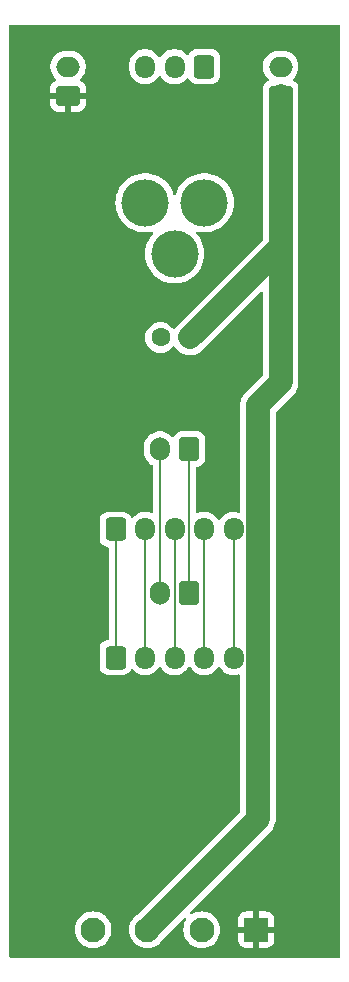
<source format=gbr>
%TF.GenerationSoftware,KiCad,Pcbnew,8.0.6*%
%TF.CreationDate,2024-11-17T15:39:32-05:00*%
%TF.ProjectId,solouno_sidepanel,736f6c6f-756e-46f5-9f73-69646570616e,rev?*%
%TF.SameCoordinates,Original*%
%TF.FileFunction,Copper,L1,Top*%
%TF.FilePolarity,Positive*%
%FSLAX46Y46*%
G04 Gerber Fmt 4.6, Leading zero omitted, Abs format (unit mm)*
G04 Created by KiCad (PCBNEW 8.0.6) date 2024-11-17 15:39:32*
%MOMM*%
%LPD*%
G01*
G04 APERTURE LIST*
G04 Aperture macros list*
%AMRoundRect*
0 Rectangle with rounded corners*
0 $1 Rounding radius*
0 $2 $3 $4 $5 $6 $7 $8 $9 X,Y pos of 4 corners*
0 Add a 4 corners polygon primitive as box body*
4,1,4,$2,$3,$4,$5,$6,$7,$8,$9,$2,$3,0*
0 Add four circle primitives for the rounded corners*
1,1,$1+$1,$2,$3*
1,1,$1+$1,$4,$5*
1,1,$1+$1,$6,$7*
1,1,$1+$1,$8,$9*
0 Add four rect primitives between the rounded corners*
20,1,$1+$1,$2,$3,$4,$5,0*
20,1,$1+$1,$4,$5,$6,$7,0*
20,1,$1+$1,$6,$7,$8,$9,0*
20,1,$1+$1,$8,$9,$2,$3,0*%
G04 Aperture macros list end*
%TA.AperFunction,ComponentPad*%
%ADD10RoundRect,0.250001X0.799999X0.799999X-0.799999X0.799999X-0.799999X-0.799999X0.799999X-0.799999X0*%
%TD*%
%TA.AperFunction,ComponentPad*%
%ADD11C,2.100000*%
%TD*%
%TA.AperFunction,ComponentPad*%
%ADD12RoundRect,0.250000X0.600000X0.750000X-0.600000X0.750000X-0.600000X-0.750000X0.600000X-0.750000X0*%
%TD*%
%TA.AperFunction,ComponentPad*%
%ADD13O,1.700000X2.000000*%
%TD*%
%TA.AperFunction,ComponentPad*%
%ADD14C,1.600000*%
%TD*%
%TA.AperFunction,ComponentPad*%
%ADD15RoundRect,0.250000X-0.600000X-0.725000X0.600000X-0.725000X0.600000X0.725000X-0.600000X0.725000X0*%
%TD*%
%TA.AperFunction,ComponentPad*%
%ADD16O,1.700000X1.950000*%
%TD*%
%TA.AperFunction,ComponentPad*%
%ADD17RoundRect,0.250000X0.750000X-0.600000X0.750000X0.600000X-0.750000X0.600000X-0.750000X-0.600000X0*%
%TD*%
%TA.AperFunction,ComponentPad*%
%ADD18O,2.000000X1.700000*%
%TD*%
%TA.AperFunction,ComponentPad*%
%ADD19C,4.000000*%
%TD*%
%TA.AperFunction,ComponentPad*%
%ADD20RoundRect,0.250000X0.600000X0.725000X-0.600000X0.725000X-0.600000X-0.725000X0.600000X-0.725000X0*%
%TD*%
%TA.AperFunction,Conductor*%
%ADD21C,2.000000*%
%TD*%
%TA.AperFunction,Conductor*%
%ADD22C,0.160000*%
%TD*%
G04 APERTURE END LIST*
D10*
%TO.P,S1,1,Pin_1*%
%TO.N,+28V*%
X73910000Y-166710000D03*
D11*
%TO.P,S1,2,Pin_2*%
%TO.N,GND*%
X69310000Y-166710000D03*
%TO.P,S1,3,Pin_3*%
%TO.N,Net-(PW2-Pin_1)*%
X64710000Y-166710000D03*
%TO.P,S1,4,Pin_4*%
%TO.N,GND*%
X60110000Y-166710000D03*
%TD*%
D12*
%TO.P,CN1,1,Pin_1*%
%TO.N,Net-(CN1-Pin_1)*%
X68260000Y-126020000D03*
D13*
%TO.P,CN1,2,Pin_2*%
%TO.N,Net-(CN1-Pin_2)*%
X65760000Y-126020000D03*
%TD*%
D14*
%TO.P,C1,1*%
%TO.N,Net-(PW2-Pin_1)*%
X68320000Y-116570000D03*
%TO.P,C1,2*%
%TO.N,GND*%
X65820000Y-116570000D03*
%TD*%
D15*
%TO.P,E1,1,Pin_1*%
%TO.N,Net-(E1-Pin_1)*%
X62010000Y-143670000D03*
D16*
%TO.P,E1,2,Pin_2*%
%TO.N,Net-(E1-Pin_2)*%
X64510000Y-143670000D03*
%TO.P,E1,3,Pin_3*%
%TO.N,Net-(E1-Pin_3)*%
X67010000Y-143670000D03*
%TO.P,E1,4,Pin_4*%
%TO.N,Net-(E1-Pin_4)*%
X69510000Y-143670000D03*
%TO.P,E1,5,Pin_5*%
%TO.N,Net-(E1-Pin_5)*%
X72010000Y-143670000D03*
%TD*%
D17*
%TO.P,PW1,1,Pin_1*%
%TO.N,+28V*%
X57990000Y-96130000D03*
D18*
%TO.P,PW1,2,Pin_2*%
%TO.N,GND*%
X57990000Y-93630000D03*
%TD*%
D19*
%TO.P,A1,1*%
%TO.N,Net-(A2-Pin_1)*%
X69510000Y-105154937D03*
%TO.P,A1,2*%
%TO.N,Net-(A2-Pin_2)*%
X67010000Y-109485064D03*
%TO.P,A1,3*%
%TO.N,Net-(A2-Pin_3)*%
X64510000Y-105154937D03*
%TD*%
D20*
%TO.P,A2,1,Pin_1*%
%TO.N,Net-(A2-Pin_1)*%
X69510000Y-93630000D03*
D16*
%TO.P,A2,2,Pin_2*%
%TO.N,Net-(A2-Pin_2)*%
X67010000Y-93630000D03*
%TO.P,A2,3,Pin_3*%
%TO.N,Net-(A2-Pin_3)*%
X64510000Y-93630000D03*
%TD*%
D15*
%TO.P,E2,1,Pin_1*%
%TO.N,Net-(E1-Pin_1)*%
X62010000Y-132820000D03*
D16*
%TO.P,E2,2,Pin_2*%
%TO.N,Net-(E1-Pin_2)*%
X64510000Y-132820000D03*
%TO.P,E2,3,Pin_3*%
%TO.N,Net-(E1-Pin_3)*%
X67010000Y-132820000D03*
%TO.P,E2,4,Pin_4*%
%TO.N,Net-(E1-Pin_4)*%
X69510000Y-132820000D03*
%TO.P,E2,5,Pin_5*%
%TO.N,Net-(E1-Pin_5)*%
X72010000Y-132820000D03*
%TD*%
D17*
%TO.P,PW2,1,Pin_1*%
%TO.N,Net-(PW2-Pin_1)*%
X75990000Y-96130000D03*
D18*
%TO.P,PW2,2,Pin_2*%
%TO.N,GND*%
X75990000Y-93630000D03*
%TD*%
D12*
%TO.P,CN2,1,Pin_1*%
%TO.N,Net-(CN1-Pin_1)*%
X68260000Y-138200000D03*
D13*
%TO.P,CN2,2,Pin_2*%
%TO.N,Net-(CN1-Pin_2)*%
X65760000Y-138200000D03*
%TD*%
D21*
%TO.N,Net-(PW2-Pin_1)*%
X74060000Y-157360000D02*
X74060000Y-122310000D01*
X74060000Y-122310000D02*
X75990000Y-120380000D01*
X75990000Y-108900000D02*
X75990000Y-96130000D01*
X75990000Y-108900000D02*
X75990000Y-120380000D01*
X68320000Y-116570000D02*
X75990000Y-108900000D01*
X64710000Y-166710000D02*
X74060000Y-157360000D01*
D22*
%TO.N,Net-(CN1-Pin_1)*%
X68260000Y-126020000D02*
X68260000Y-138200000D01*
%TO.N,Net-(CN1-Pin_2)*%
X65760000Y-126020000D02*
X65760000Y-138200000D01*
%TO.N,Net-(E1-Pin_5)*%
X72010000Y-132820000D02*
X72010000Y-143670000D01*
%TO.N,Net-(E1-Pin_4)*%
X69510000Y-132820000D02*
X69510000Y-143670000D01*
%TO.N,Net-(E1-Pin_1)*%
X62010000Y-132820000D02*
X62010000Y-143670000D01*
%TO.N,Net-(E1-Pin_3)*%
X67010000Y-132820000D02*
X67010000Y-143670000D01*
%TO.N,Net-(E1-Pin_2)*%
X64510000Y-132820000D02*
X64510000Y-143670000D01*
%TD*%
%TA.AperFunction,Conductor*%
%TO.N,+28V*%
G36*
X80952539Y-90100185D02*
G01*
X80998294Y-90152989D01*
X81009500Y-90204500D01*
X81009500Y-168955500D01*
X80989815Y-169022539D01*
X80937011Y-169068294D01*
X80885500Y-169079500D01*
X53134500Y-169079500D01*
X53067461Y-169059815D01*
X53021706Y-169007011D01*
X53010500Y-168955500D01*
X53010500Y-166710000D01*
X58554706Y-166710000D01*
X58573853Y-166953297D01*
X58630830Y-167190619D01*
X58724222Y-167416089D01*
X58851737Y-167624173D01*
X58851738Y-167624176D01*
X58905449Y-167687063D01*
X59010241Y-167809759D01*
X59153897Y-167932453D01*
X59195823Y-167968261D01*
X59195826Y-167968262D01*
X59403910Y-168095777D01*
X59629381Y-168189169D01*
X59629378Y-168189169D01*
X59629384Y-168189170D01*
X59629388Y-168189172D01*
X59866698Y-168246146D01*
X60110000Y-168265294D01*
X60353302Y-168246146D01*
X60590612Y-168189172D01*
X60816089Y-168095777D01*
X61024179Y-167968259D01*
X61209759Y-167809759D01*
X61368259Y-167624179D01*
X61495777Y-167416089D01*
X61589172Y-167190612D01*
X61646146Y-166953302D01*
X61665294Y-166710000D01*
X61646146Y-166466698D01*
X61589172Y-166229388D01*
X61589169Y-166229380D01*
X61495777Y-166003910D01*
X61368262Y-165795826D01*
X61368261Y-165795823D01*
X61327027Y-165747544D01*
X61209759Y-165610241D01*
X61087063Y-165505449D01*
X61024176Y-165451738D01*
X61024173Y-165451737D01*
X60816089Y-165324222D01*
X60590618Y-165230830D01*
X60590621Y-165230830D01*
X60439218Y-165194481D01*
X60353302Y-165173854D01*
X60353300Y-165173853D01*
X60353297Y-165173853D01*
X60110000Y-165154706D01*
X59866702Y-165173853D01*
X59629380Y-165230830D01*
X59403910Y-165324222D01*
X59195826Y-165451737D01*
X59195823Y-165451738D01*
X59010241Y-165610241D01*
X58851738Y-165795823D01*
X58851737Y-165795826D01*
X58724222Y-166003910D01*
X58630830Y-166229380D01*
X58573853Y-166466702D01*
X58554706Y-166710000D01*
X53010500Y-166710000D01*
X53010500Y-132044983D01*
X60659500Y-132044983D01*
X60659500Y-133595001D01*
X60659501Y-133595018D01*
X60670000Y-133697796D01*
X60670001Y-133697799D01*
X60715894Y-133836294D01*
X60725186Y-133864334D01*
X60817288Y-134013656D01*
X60941344Y-134137712D01*
X61090666Y-134229814D01*
X61257203Y-134284999D01*
X61318102Y-134291220D01*
X61382793Y-134317615D01*
X61422945Y-134374796D01*
X61429500Y-134414578D01*
X61429500Y-142075422D01*
X61409815Y-142142461D01*
X61357011Y-142188216D01*
X61318102Y-142198780D01*
X61257202Y-142205001D01*
X61257200Y-142205001D01*
X61090668Y-142260185D01*
X61090663Y-142260187D01*
X60941342Y-142352289D01*
X60817289Y-142476342D01*
X60725187Y-142625663D01*
X60725185Y-142625668D01*
X60720325Y-142640334D01*
X60670001Y-142792203D01*
X60670001Y-142792204D01*
X60670000Y-142792204D01*
X60659500Y-142894983D01*
X60659500Y-144445001D01*
X60659501Y-144445018D01*
X60670000Y-144547796D01*
X60670001Y-144547799D01*
X60715894Y-144686294D01*
X60725186Y-144714334D01*
X60817288Y-144863656D01*
X60941344Y-144987712D01*
X61090666Y-145079814D01*
X61257203Y-145134999D01*
X61359991Y-145145500D01*
X62660008Y-145145499D01*
X62762797Y-145134999D01*
X62929334Y-145079814D01*
X63078656Y-144987712D01*
X63202712Y-144863656D01*
X63294814Y-144714334D01*
X63294814Y-144714331D01*
X63298178Y-144708879D01*
X63350126Y-144662154D01*
X63419088Y-144650931D01*
X63483170Y-144678774D01*
X63491398Y-144686294D01*
X63630213Y-144825109D01*
X63802179Y-144950048D01*
X63802181Y-144950049D01*
X63802184Y-144950051D01*
X63991588Y-145046557D01*
X64193757Y-145112246D01*
X64403713Y-145145500D01*
X64403714Y-145145500D01*
X64616286Y-145145500D01*
X64616287Y-145145500D01*
X64826243Y-145112246D01*
X65028412Y-145046557D01*
X65217816Y-144950051D01*
X65239789Y-144934086D01*
X65389786Y-144825109D01*
X65389788Y-144825106D01*
X65389792Y-144825104D01*
X65540104Y-144674792D01*
X65659683Y-144510204D01*
X65715011Y-144467540D01*
X65784624Y-144461561D01*
X65846420Y-144494166D01*
X65860313Y-144510199D01*
X65962560Y-144650931D01*
X65979896Y-144674792D01*
X66130213Y-144825109D01*
X66302179Y-144950048D01*
X66302181Y-144950049D01*
X66302184Y-144950051D01*
X66491588Y-145046557D01*
X66693757Y-145112246D01*
X66903713Y-145145500D01*
X66903714Y-145145500D01*
X67116286Y-145145500D01*
X67116287Y-145145500D01*
X67326243Y-145112246D01*
X67528412Y-145046557D01*
X67717816Y-144950051D01*
X67739789Y-144934086D01*
X67889786Y-144825109D01*
X67889788Y-144825106D01*
X67889792Y-144825104D01*
X68040104Y-144674792D01*
X68159683Y-144510204D01*
X68215011Y-144467540D01*
X68284624Y-144461561D01*
X68346420Y-144494166D01*
X68360313Y-144510199D01*
X68462560Y-144650931D01*
X68479896Y-144674792D01*
X68630213Y-144825109D01*
X68802179Y-144950048D01*
X68802181Y-144950049D01*
X68802184Y-144950051D01*
X68991588Y-145046557D01*
X69193757Y-145112246D01*
X69403713Y-145145500D01*
X69403714Y-145145500D01*
X69616286Y-145145500D01*
X69616287Y-145145500D01*
X69826243Y-145112246D01*
X70028412Y-145046557D01*
X70217816Y-144950051D01*
X70239789Y-144934086D01*
X70389786Y-144825109D01*
X70389788Y-144825106D01*
X70389792Y-144825104D01*
X70540104Y-144674792D01*
X70659683Y-144510204D01*
X70715011Y-144467540D01*
X70784624Y-144461561D01*
X70846420Y-144494166D01*
X70860313Y-144510199D01*
X70962560Y-144650931D01*
X70979896Y-144674792D01*
X71130213Y-144825109D01*
X71302179Y-144950048D01*
X71302181Y-144950049D01*
X71302184Y-144950051D01*
X71491588Y-145046557D01*
X71693757Y-145112246D01*
X71903713Y-145145500D01*
X71903714Y-145145500D01*
X72116286Y-145145500D01*
X72116287Y-145145500D01*
X72326243Y-145112246D01*
X72397183Y-145089195D01*
X72467023Y-145087201D01*
X72526856Y-145123281D01*
X72557684Y-145185982D01*
X72559500Y-145207127D01*
X72559500Y-156687110D01*
X72539815Y-156754149D01*
X72523181Y-156774791D01*
X63936392Y-165361579D01*
X63913502Y-165379625D01*
X63795818Y-165451743D01*
X63610241Y-165610241D01*
X63451738Y-165795823D01*
X63451737Y-165795826D01*
X63324222Y-166003910D01*
X63230830Y-166229380D01*
X63173853Y-166466702D01*
X63154706Y-166710000D01*
X63173853Y-166953297D01*
X63230830Y-167190619D01*
X63324222Y-167416089D01*
X63451737Y-167624173D01*
X63451738Y-167624176D01*
X63505449Y-167687063D01*
X63610241Y-167809759D01*
X63753897Y-167932453D01*
X63795823Y-167968261D01*
X63795826Y-167968262D01*
X64003910Y-168095777D01*
X64229381Y-168189169D01*
X64229378Y-168189169D01*
X64229384Y-168189170D01*
X64229388Y-168189172D01*
X64466698Y-168246146D01*
X64710000Y-168265294D01*
X64953302Y-168246146D01*
X65190612Y-168189172D01*
X65416089Y-168095777D01*
X65624179Y-167968259D01*
X65809759Y-167809759D01*
X65968259Y-167624179D01*
X66040377Y-167506492D01*
X66058417Y-167483608D01*
X67794484Y-165747542D01*
X67855804Y-165714059D01*
X67925496Y-165719043D01*
X67981429Y-165760915D01*
X68005846Y-165826379D01*
X67990994Y-165894652D01*
X67987890Y-165900014D01*
X67924222Y-166003912D01*
X67830830Y-166229380D01*
X67773853Y-166466702D01*
X67754706Y-166710000D01*
X67773853Y-166953297D01*
X67830830Y-167190619D01*
X67924222Y-167416089D01*
X68051737Y-167624173D01*
X68051738Y-167624176D01*
X68105449Y-167687063D01*
X68210241Y-167809759D01*
X68353897Y-167932453D01*
X68395823Y-167968261D01*
X68395826Y-167968262D01*
X68603910Y-168095777D01*
X68829381Y-168189169D01*
X68829378Y-168189169D01*
X68829384Y-168189170D01*
X68829388Y-168189172D01*
X69066698Y-168246146D01*
X69310000Y-168265294D01*
X69553302Y-168246146D01*
X69790612Y-168189172D01*
X70016089Y-168095777D01*
X70224179Y-167968259D01*
X70409759Y-167809759D01*
X70568259Y-167624179D01*
X70695777Y-167416089D01*
X70789172Y-167190612D01*
X70846146Y-166953302D01*
X70865294Y-166710000D01*
X70846146Y-166466698D01*
X70789172Y-166229388D01*
X70789169Y-166229380D01*
X70695777Y-166003910D01*
X70607597Y-165860014D01*
X72360000Y-165860014D01*
X72360000Y-166460000D01*
X73419252Y-166460000D01*
X73397482Y-166497708D01*
X73360000Y-166637591D01*
X73360000Y-166782409D01*
X73397482Y-166922292D01*
X73419252Y-166960000D01*
X72360000Y-166960000D01*
X72360000Y-167559985D01*
X72370493Y-167662689D01*
X72370494Y-167662696D01*
X72425641Y-167829118D01*
X72425643Y-167829123D01*
X72517684Y-167978344D01*
X72641655Y-168102315D01*
X72790876Y-168194356D01*
X72790881Y-168194358D01*
X72957303Y-168249505D01*
X72957310Y-168249506D01*
X73060014Y-168259999D01*
X73060027Y-168260000D01*
X73660000Y-168260000D01*
X73660000Y-167200747D01*
X73697708Y-167222518D01*
X73837591Y-167260000D01*
X73982409Y-167260000D01*
X74122292Y-167222518D01*
X74160000Y-167200747D01*
X74160000Y-168260000D01*
X74759973Y-168260000D01*
X74759985Y-168259999D01*
X74862689Y-168249506D01*
X74862696Y-168249505D01*
X75029118Y-168194358D01*
X75029123Y-168194356D01*
X75178344Y-168102315D01*
X75302315Y-167978344D01*
X75394356Y-167829123D01*
X75394358Y-167829118D01*
X75449505Y-167662696D01*
X75449506Y-167662689D01*
X75459999Y-167559985D01*
X75460000Y-167559972D01*
X75460000Y-166960000D01*
X74400748Y-166960000D01*
X74422518Y-166922292D01*
X74460000Y-166782409D01*
X74460000Y-166637591D01*
X74422518Y-166497708D01*
X74400748Y-166460000D01*
X75460000Y-166460000D01*
X75460000Y-165860027D01*
X75459999Y-165860014D01*
X75449506Y-165757310D01*
X75449505Y-165757303D01*
X75394358Y-165590881D01*
X75394356Y-165590876D01*
X75302315Y-165441655D01*
X75178344Y-165317684D01*
X75029123Y-165225643D01*
X75029118Y-165225641D01*
X74862696Y-165170494D01*
X74862689Y-165170493D01*
X74759985Y-165160000D01*
X74160000Y-165160000D01*
X74160000Y-166219252D01*
X74122292Y-166197482D01*
X73982409Y-166160000D01*
X73837591Y-166160000D01*
X73697708Y-166197482D01*
X73660000Y-166219252D01*
X73660000Y-165160000D01*
X73060014Y-165160000D01*
X72957310Y-165170493D01*
X72957303Y-165170494D01*
X72790881Y-165225641D01*
X72790876Y-165225643D01*
X72641655Y-165317684D01*
X72517684Y-165441655D01*
X72425643Y-165590876D01*
X72425641Y-165590881D01*
X72370494Y-165757303D01*
X72370493Y-165757310D01*
X72360000Y-165860014D01*
X70607597Y-165860014D01*
X70568262Y-165795826D01*
X70568261Y-165795823D01*
X70527027Y-165747544D01*
X70409759Y-165610241D01*
X70287063Y-165505449D01*
X70224176Y-165451738D01*
X70224173Y-165451737D01*
X70016089Y-165324222D01*
X69790618Y-165230830D01*
X69790621Y-165230830D01*
X69639218Y-165194481D01*
X69553302Y-165173854D01*
X69553300Y-165173853D01*
X69553297Y-165173853D01*
X69310000Y-165154706D01*
X69066702Y-165173853D01*
X68829380Y-165230830D01*
X68603912Y-165324222D01*
X68500014Y-165387890D01*
X68432568Y-165406134D01*
X68365966Y-165385017D01*
X68321353Y-165331245D01*
X68312893Y-165261889D01*
X68343273Y-165198970D01*
X68347514Y-165194511D01*
X75204518Y-158337510D01*
X75343343Y-158146433D01*
X75450568Y-157935992D01*
X75523553Y-157711368D01*
X75560500Y-157478097D01*
X75560500Y-122982889D01*
X75580185Y-122915850D01*
X75596819Y-122895208D01*
X76300125Y-122191902D01*
X77134517Y-121357510D01*
X77273343Y-121166434D01*
X77380568Y-120955992D01*
X77453553Y-120731369D01*
X77469973Y-120627690D01*
X77490500Y-120498097D01*
X77490500Y-96004313D01*
X77490499Y-96004295D01*
X77490499Y-95479998D01*
X77490498Y-95479981D01*
X77479999Y-95377203D01*
X77479998Y-95377200D01*
X77424814Y-95210666D01*
X77332712Y-95061344D01*
X77208656Y-94937288D01*
X77059334Y-94845186D01*
X77059333Y-94845185D01*
X77053878Y-94841821D01*
X77007154Y-94789873D01*
X76995931Y-94720910D01*
X77023775Y-94656828D01*
X77031272Y-94648623D01*
X77170104Y-94509792D01*
X77171554Y-94507797D01*
X77295048Y-94337820D01*
X77295047Y-94337820D01*
X77295051Y-94337816D01*
X77391557Y-94148412D01*
X77457246Y-93946243D01*
X77490500Y-93736287D01*
X77490500Y-93523713D01*
X77457246Y-93313757D01*
X77391557Y-93111588D01*
X77295051Y-92922184D01*
X77295049Y-92922181D01*
X77295048Y-92922179D01*
X77170109Y-92750213D01*
X77019786Y-92599890D01*
X76847820Y-92474951D01*
X76658414Y-92378444D01*
X76658413Y-92378443D01*
X76658412Y-92378443D01*
X76456243Y-92312754D01*
X76456241Y-92312753D01*
X76456240Y-92312753D01*
X76294957Y-92287208D01*
X76246287Y-92279500D01*
X75733713Y-92279500D01*
X75685042Y-92287208D01*
X75523760Y-92312753D01*
X75321585Y-92378444D01*
X75132179Y-92474951D01*
X74960213Y-92599890D01*
X74809890Y-92750213D01*
X74684951Y-92922179D01*
X74588444Y-93111585D01*
X74522753Y-93313760D01*
X74489500Y-93523713D01*
X74489500Y-93736286D01*
X74522753Y-93946239D01*
X74588444Y-94148414D01*
X74684951Y-94337820D01*
X74809890Y-94509786D01*
X74948705Y-94648601D01*
X74982190Y-94709924D01*
X74977206Y-94779616D01*
X74935334Y-94835549D01*
X74926121Y-94841821D01*
X74771342Y-94937289D01*
X74647289Y-95061342D01*
X74555187Y-95210663D01*
X74555185Y-95210668D01*
X74555115Y-95210880D01*
X74500001Y-95377203D01*
X74500001Y-95377204D01*
X74500000Y-95377204D01*
X74489500Y-95479983D01*
X74489500Y-108227111D01*
X74469815Y-108294150D01*
X74453181Y-108314792D01*
X67175485Y-115592487D01*
X67175484Y-115592488D01*
X67047327Y-115768880D01*
X66991996Y-115811545D01*
X66922383Y-115817524D01*
X66860588Y-115784918D01*
X66845434Y-115767117D01*
X66820046Y-115730859D01*
X66659141Y-115569954D01*
X66472734Y-115439432D01*
X66472732Y-115439431D01*
X66266497Y-115343261D01*
X66266488Y-115343258D01*
X66046697Y-115284366D01*
X66046693Y-115284365D01*
X66046692Y-115284365D01*
X66046691Y-115284364D01*
X66046686Y-115284364D01*
X65820002Y-115264532D01*
X65819998Y-115264532D01*
X65593313Y-115284364D01*
X65593302Y-115284366D01*
X65373511Y-115343258D01*
X65373502Y-115343261D01*
X65167267Y-115439431D01*
X65167265Y-115439432D01*
X64980858Y-115569954D01*
X64819954Y-115730858D01*
X64689432Y-115917265D01*
X64689431Y-115917267D01*
X64593261Y-116123502D01*
X64593258Y-116123511D01*
X64534366Y-116343302D01*
X64534364Y-116343313D01*
X64514532Y-116569998D01*
X64514532Y-116570001D01*
X64534364Y-116796686D01*
X64534366Y-116796697D01*
X64593258Y-117016488D01*
X64593261Y-117016497D01*
X64689431Y-117222732D01*
X64689432Y-117222734D01*
X64819954Y-117409141D01*
X64980858Y-117570045D01*
X64980861Y-117570047D01*
X65167266Y-117700568D01*
X65373504Y-117796739D01*
X65593308Y-117855635D01*
X65755230Y-117869801D01*
X65819998Y-117875468D01*
X65820000Y-117875468D01*
X65820002Y-117875468D01*
X65876673Y-117870509D01*
X66046692Y-117855635D01*
X66266496Y-117796739D01*
X66472734Y-117700568D01*
X66659139Y-117570047D01*
X66820047Y-117409139D01*
X66845434Y-117372882D01*
X66900009Y-117329257D01*
X66969508Y-117322063D01*
X67031863Y-117353585D01*
X67047323Y-117371114D01*
X67175483Y-117547510D01*
X67342490Y-117714517D01*
X67533566Y-117853343D01*
X67632992Y-117904003D01*
X67744003Y-117960566D01*
X67744005Y-117960566D01*
X67744008Y-117960568D01*
X67864412Y-117999689D01*
X67968631Y-118033553D01*
X68201903Y-118070500D01*
X68201908Y-118070500D01*
X68438097Y-118070500D01*
X68671368Y-118033553D01*
X68895992Y-117960568D01*
X69106434Y-117853343D01*
X69297510Y-117714517D01*
X74277819Y-112734208D01*
X74339142Y-112700723D01*
X74408834Y-112705707D01*
X74464767Y-112747579D01*
X74489184Y-112813043D01*
X74489500Y-112821889D01*
X74489500Y-119707111D01*
X74469815Y-119774150D01*
X74453181Y-119794792D01*
X72915485Y-121332487D01*
X72915484Y-121332488D01*
X72776657Y-121523565D01*
X72669433Y-121734003D01*
X72596446Y-121958631D01*
X72559500Y-122191902D01*
X72559500Y-131282872D01*
X72539815Y-131349911D01*
X72487011Y-131395666D01*
X72417853Y-131405610D01*
X72397183Y-131400803D01*
X72326244Y-131377754D01*
X72326240Y-131377753D01*
X72150450Y-131349911D01*
X72116287Y-131344500D01*
X71903713Y-131344500D01*
X71869550Y-131349911D01*
X71693760Y-131377753D01*
X71693757Y-131377754D01*
X71496679Y-131441789D01*
X71491585Y-131443444D01*
X71302179Y-131539951D01*
X71130213Y-131664890D01*
X70979894Y-131815209D01*
X70979890Y-131815214D01*
X70860318Y-131979793D01*
X70804989Y-132022459D01*
X70735375Y-132028438D01*
X70673580Y-131995833D01*
X70659682Y-131979793D01*
X70540109Y-131815214D01*
X70540105Y-131815209D01*
X70389786Y-131664890D01*
X70217820Y-131539951D01*
X70028414Y-131443444D01*
X70028413Y-131443443D01*
X70028412Y-131443443D01*
X69826243Y-131377754D01*
X69826241Y-131377753D01*
X69826240Y-131377753D01*
X69650450Y-131349911D01*
X69616287Y-131344500D01*
X69403713Y-131344500D01*
X69369550Y-131349911D01*
X69193759Y-131377753D01*
X69002818Y-131439794D01*
X68932977Y-131441789D01*
X68873144Y-131405709D01*
X68842316Y-131343008D01*
X68840500Y-131321863D01*
X68840500Y-127639577D01*
X68860185Y-127572538D01*
X68912989Y-127526783D01*
X68951895Y-127516220D01*
X69012797Y-127509999D01*
X69179334Y-127454814D01*
X69328656Y-127362712D01*
X69452712Y-127238656D01*
X69544814Y-127089334D01*
X69599999Y-126922797D01*
X69610500Y-126820009D01*
X69610499Y-125219992D01*
X69599999Y-125117203D01*
X69544814Y-124950666D01*
X69452712Y-124801344D01*
X69328656Y-124677288D01*
X69179334Y-124585186D01*
X69012797Y-124530001D01*
X69012795Y-124530000D01*
X68910010Y-124519500D01*
X67609998Y-124519500D01*
X67609981Y-124519501D01*
X67507203Y-124530000D01*
X67507200Y-124530001D01*
X67340668Y-124585185D01*
X67340663Y-124585187D01*
X67191342Y-124677289D01*
X67067289Y-124801342D01*
X66971821Y-124956121D01*
X66919873Y-125002845D01*
X66850910Y-125014068D01*
X66786828Y-124986224D01*
X66778601Y-124978705D01*
X66639786Y-124839890D01*
X66467820Y-124714951D01*
X66278414Y-124618444D01*
X66278413Y-124618443D01*
X66278412Y-124618443D01*
X66076243Y-124552754D01*
X66076241Y-124552753D01*
X66076240Y-124552753D01*
X65914957Y-124527208D01*
X65866287Y-124519500D01*
X65653713Y-124519500D01*
X65605042Y-124527208D01*
X65443760Y-124552753D01*
X65241585Y-124618444D01*
X65052179Y-124714951D01*
X64880213Y-124839890D01*
X64729890Y-124990213D01*
X64604951Y-125162179D01*
X64508444Y-125351585D01*
X64442753Y-125553760D01*
X64409500Y-125763713D01*
X64409500Y-126276286D01*
X64442753Y-126486239D01*
X64508444Y-126688414D01*
X64604951Y-126877820D01*
X64729890Y-127049786D01*
X64729896Y-127049792D01*
X64880208Y-127200104D01*
X65052184Y-127325051D01*
X65111795Y-127355424D01*
X65162590Y-127403397D01*
X65179500Y-127465908D01*
X65179500Y-131321863D01*
X65159815Y-131388902D01*
X65107011Y-131434657D01*
X65037853Y-131444601D01*
X65017182Y-131439794D01*
X64826240Y-131377753D01*
X64650450Y-131349911D01*
X64616287Y-131344500D01*
X64403713Y-131344500D01*
X64369550Y-131349911D01*
X64193760Y-131377753D01*
X64193757Y-131377754D01*
X63996679Y-131441789D01*
X63991585Y-131443444D01*
X63802179Y-131539951D01*
X63630215Y-131664889D01*
X63491398Y-131803706D01*
X63430075Y-131837190D01*
X63360383Y-131832206D01*
X63304450Y-131790334D01*
X63298178Y-131781120D01*
X63202712Y-131626344D01*
X63078657Y-131502289D01*
X63078656Y-131502288D01*
X62980571Y-131441789D01*
X62929336Y-131410187D01*
X62929331Y-131410185D01*
X62915823Y-131405709D01*
X62762797Y-131355001D01*
X62762795Y-131355000D01*
X62660010Y-131344500D01*
X61359998Y-131344500D01*
X61359981Y-131344501D01*
X61257203Y-131355000D01*
X61257200Y-131355001D01*
X61090668Y-131410185D01*
X61090663Y-131410187D01*
X60941342Y-131502289D01*
X60817289Y-131626342D01*
X60725187Y-131775663D01*
X60725185Y-131775668D01*
X60720325Y-131790334D01*
X60670001Y-131942203D01*
X60670001Y-131942204D01*
X60670000Y-131942204D01*
X60659500Y-132044983D01*
X53010500Y-132044983D01*
X53010500Y-105154931D01*
X62004556Y-105154931D01*
X62004556Y-105154942D01*
X62024310Y-105468941D01*
X62024311Y-105468948D01*
X62083270Y-105778020D01*
X62180497Y-106077253D01*
X62180499Y-106077258D01*
X62314461Y-106361940D01*
X62314464Y-106361946D01*
X62483051Y-106627598D01*
X62483054Y-106627602D01*
X62683606Y-106870027D01*
X62683608Y-106870029D01*
X62683610Y-106870031D01*
X62791273Y-106971133D01*
X62912968Y-107085413D01*
X62912978Y-107085421D01*
X63167504Y-107270345D01*
X63167509Y-107270347D01*
X63167516Y-107270353D01*
X63443234Y-107421931D01*
X63443239Y-107421933D01*
X63443241Y-107421934D01*
X63443242Y-107421935D01*
X63735771Y-107537755D01*
X63735774Y-107537756D01*
X63998573Y-107605231D01*
X64040527Y-107616003D01*
X64106010Y-107624275D01*
X64352670Y-107655436D01*
X64352679Y-107655436D01*
X64352682Y-107655437D01*
X64352684Y-107655437D01*
X64667316Y-107655437D01*
X64667318Y-107655437D01*
X64667321Y-107655436D01*
X64667329Y-107655436D01*
X64853593Y-107631905D01*
X64979473Y-107616003D01*
X65030746Y-107602838D01*
X65100572Y-107605231D01*
X65158022Y-107644997D01*
X65184852Y-107709510D01*
X65172546Y-107778287D01*
X65157126Y-107801983D01*
X64983049Y-108012405D01*
X64814464Y-108278054D01*
X64814461Y-108278060D01*
X64680499Y-108562742D01*
X64680497Y-108562747D01*
X64583270Y-108861980D01*
X64524311Y-109171052D01*
X64524310Y-109171059D01*
X64504556Y-109485058D01*
X64504556Y-109485069D01*
X64524310Y-109799068D01*
X64524311Y-109799075D01*
X64583270Y-110108147D01*
X64680497Y-110407380D01*
X64680499Y-110407385D01*
X64814461Y-110692067D01*
X64814464Y-110692073D01*
X64983051Y-110957725D01*
X64983054Y-110957729D01*
X65183606Y-111200154D01*
X65183608Y-111200156D01*
X65412968Y-111415540D01*
X65412978Y-111415548D01*
X65667504Y-111600472D01*
X65667509Y-111600474D01*
X65667516Y-111600480D01*
X65943234Y-111752058D01*
X65943239Y-111752060D01*
X65943241Y-111752061D01*
X65943242Y-111752062D01*
X66235771Y-111867882D01*
X66235774Y-111867883D01*
X66540523Y-111946129D01*
X66540527Y-111946130D01*
X66606010Y-111954402D01*
X66852670Y-111985563D01*
X66852679Y-111985563D01*
X66852682Y-111985564D01*
X66852684Y-111985564D01*
X67167316Y-111985564D01*
X67167318Y-111985564D01*
X67167321Y-111985563D01*
X67167329Y-111985563D01*
X67353593Y-111962032D01*
X67479473Y-111946130D01*
X67784225Y-111867883D01*
X67784228Y-111867882D01*
X68076757Y-111752062D01*
X68076758Y-111752061D01*
X68076756Y-111752061D01*
X68076766Y-111752058D01*
X68352484Y-111600480D01*
X68607030Y-111415542D01*
X68836390Y-111200158D01*
X69036947Y-110957727D01*
X69205537Y-110692071D01*
X69339503Y-110407379D01*
X69436731Y-110108143D01*
X69495688Y-109799079D01*
X69515444Y-109485064D01*
X69495688Y-109171049D01*
X69436731Y-108861985D01*
X69339503Y-108562749D01*
X69205537Y-108278057D01*
X69036947Y-108012401D01*
X68862874Y-107801983D01*
X68835308Y-107737781D01*
X68846829Y-107668867D01*
X68893778Y-107617122D01*
X68961250Y-107598974D01*
X68989250Y-107602837D01*
X69040527Y-107616003D01*
X69106010Y-107624275D01*
X69352670Y-107655436D01*
X69352679Y-107655436D01*
X69352682Y-107655437D01*
X69352684Y-107655437D01*
X69667316Y-107655437D01*
X69667318Y-107655437D01*
X69667321Y-107655436D01*
X69667329Y-107655436D01*
X69853593Y-107631905D01*
X69979473Y-107616003D01*
X70284225Y-107537756D01*
X70284228Y-107537755D01*
X70576757Y-107421935D01*
X70576758Y-107421934D01*
X70576756Y-107421934D01*
X70576766Y-107421931D01*
X70852484Y-107270353D01*
X71107030Y-107085415D01*
X71336390Y-106870031D01*
X71536947Y-106627600D01*
X71705537Y-106361944D01*
X71839503Y-106077252D01*
X71936731Y-105778016D01*
X71995688Y-105468952D01*
X72015444Y-105154937D01*
X71995688Y-104840922D01*
X71936731Y-104531858D01*
X71839503Y-104232622D01*
X71705537Y-103947930D01*
X71536947Y-103682274D01*
X71536945Y-103682271D01*
X71336393Y-103439846D01*
X71336391Y-103439844D01*
X71107031Y-103224460D01*
X71107021Y-103224452D01*
X70852495Y-103039528D01*
X70852488Y-103039523D01*
X70852484Y-103039521D01*
X70576766Y-102887943D01*
X70576763Y-102887941D01*
X70576758Y-102887939D01*
X70576757Y-102887938D01*
X70284228Y-102772118D01*
X70284225Y-102772117D01*
X69979476Y-102693871D01*
X69979463Y-102693869D01*
X69667329Y-102654437D01*
X69667318Y-102654437D01*
X69352682Y-102654437D01*
X69352670Y-102654437D01*
X69040536Y-102693869D01*
X69040523Y-102693871D01*
X68735774Y-102772117D01*
X68735771Y-102772118D01*
X68443242Y-102887938D01*
X68443241Y-102887939D01*
X68167516Y-103039521D01*
X68167504Y-103039528D01*
X67912978Y-103224452D01*
X67912968Y-103224460D01*
X67683608Y-103439844D01*
X67683606Y-103439846D01*
X67483054Y-103682271D01*
X67483051Y-103682275D01*
X67314464Y-103947927D01*
X67314461Y-103947933D01*
X67180499Y-104232615D01*
X67180497Y-104232620D01*
X67127931Y-104394403D01*
X67088494Y-104452079D01*
X67024135Y-104479277D01*
X66955289Y-104467362D01*
X66903813Y-104420118D01*
X66892069Y-104394403D01*
X66839502Y-104232620D01*
X66839500Y-104232615D01*
X66705538Y-103947933D01*
X66705537Y-103947930D01*
X66536947Y-103682274D01*
X66536945Y-103682271D01*
X66336393Y-103439846D01*
X66336391Y-103439844D01*
X66107031Y-103224460D01*
X66107021Y-103224452D01*
X65852495Y-103039528D01*
X65852488Y-103039523D01*
X65852484Y-103039521D01*
X65576766Y-102887943D01*
X65576763Y-102887941D01*
X65576758Y-102887939D01*
X65576757Y-102887938D01*
X65284228Y-102772118D01*
X65284225Y-102772117D01*
X64979476Y-102693871D01*
X64979463Y-102693869D01*
X64667329Y-102654437D01*
X64667318Y-102654437D01*
X64352682Y-102654437D01*
X64352670Y-102654437D01*
X64040536Y-102693869D01*
X64040523Y-102693871D01*
X63735774Y-102772117D01*
X63735771Y-102772118D01*
X63443242Y-102887938D01*
X63443241Y-102887939D01*
X63167516Y-103039521D01*
X63167504Y-103039528D01*
X62912978Y-103224452D01*
X62912968Y-103224460D01*
X62683608Y-103439844D01*
X62683606Y-103439846D01*
X62483054Y-103682271D01*
X62483051Y-103682275D01*
X62314464Y-103947927D01*
X62314461Y-103947933D01*
X62180499Y-104232615D01*
X62180497Y-104232620D01*
X62083270Y-104531853D01*
X62024311Y-104840925D01*
X62024310Y-104840932D01*
X62004556Y-105154931D01*
X53010500Y-105154931D01*
X53010500Y-93523713D01*
X56489500Y-93523713D01*
X56489500Y-93736286D01*
X56522753Y-93946239D01*
X56588444Y-94148414D01*
X56684951Y-94337820D01*
X56809890Y-94509786D01*
X56949068Y-94648964D01*
X56982553Y-94710287D01*
X56977569Y-94779979D01*
X56935697Y-94835912D01*
X56926484Y-94842183D01*
X56771659Y-94937680D01*
X56771655Y-94937683D01*
X56647684Y-95061654D01*
X56555643Y-95210875D01*
X56555641Y-95210880D01*
X56500494Y-95377302D01*
X56500493Y-95377309D01*
X56490000Y-95480013D01*
X56490000Y-95880000D01*
X57556988Y-95880000D01*
X57524075Y-95937007D01*
X57490000Y-96064174D01*
X57490000Y-96195826D01*
X57524075Y-96322993D01*
X57556988Y-96380000D01*
X56490001Y-96380000D01*
X56490001Y-96779986D01*
X56500494Y-96882697D01*
X56555641Y-97049119D01*
X56555643Y-97049124D01*
X56647684Y-97198345D01*
X56771654Y-97322315D01*
X56920875Y-97414356D01*
X56920880Y-97414358D01*
X57087302Y-97469505D01*
X57087309Y-97469506D01*
X57190019Y-97479999D01*
X57739999Y-97479999D01*
X57740000Y-97479998D01*
X57740000Y-96563012D01*
X57797007Y-96595925D01*
X57924174Y-96630000D01*
X58055826Y-96630000D01*
X58182993Y-96595925D01*
X58240000Y-96563012D01*
X58240000Y-97479999D01*
X58789972Y-97479999D01*
X58789986Y-97479998D01*
X58892697Y-97469505D01*
X59059119Y-97414358D01*
X59059124Y-97414356D01*
X59208345Y-97322315D01*
X59332315Y-97198345D01*
X59424356Y-97049124D01*
X59424358Y-97049119D01*
X59479505Y-96882697D01*
X59479506Y-96882690D01*
X59489999Y-96779986D01*
X59490000Y-96779973D01*
X59490000Y-96380000D01*
X58423012Y-96380000D01*
X58455925Y-96322993D01*
X58490000Y-96195826D01*
X58490000Y-96064174D01*
X58455925Y-95937007D01*
X58423012Y-95880000D01*
X59489999Y-95880000D01*
X59489999Y-95480028D01*
X59489998Y-95480013D01*
X59479505Y-95377302D01*
X59424358Y-95210880D01*
X59424356Y-95210875D01*
X59332315Y-95061654D01*
X59208345Y-94937684D01*
X59053515Y-94842184D01*
X59006791Y-94790236D01*
X58995568Y-94721273D01*
X59023412Y-94657191D01*
X59030909Y-94648986D01*
X59170104Y-94509792D01*
X59171554Y-94507797D01*
X59295048Y-94337820D01*
X59295047Y-94337820D01*
X59295051Y-94337816D01*
X59391557Y-94148412D01*
X59457246Y-93946243D01*
X59490500Y-93736287D01*
X59490500Y-93523713D01*
X59470702Y-93398713D01*
X63159500Y-93398713D01*
X63159500Y-93861287D01*
X63192754Y-94071243D01*
X63217828Y-94148414D01*
X63258444Y-94273414D01*
X63354951Y-94462820D01*
X63479890Y-94634786D01*
X63630213Y-94785109D01*
X63802179Y-94910048D01*
X63802181Y-94910049D01*
X63802184Y-94910051D01*
X63991588Y-95006557D01*
X64193757Y-95072246D01*
X64403713Y-95105500D01*
X64403714Y-95105500D01*
X64616286Y-95105500D01*
X64616287Y-95105500D01*
X64826243Y-95072246D01*
X65028412Y-95006557D01*
X65217816Y-94910051D01*
X65311229Y-94842183D01*
X65389786Y-94785109D01*
X65389788Y-94785106D01*
X65389792Y-94785104D01*
X65540104Y-94634792D01*
X65659683Y-94470204D01*
X65715011Y-94427540D01*
X65784624Y-94421561D01*
X65846420Y-94454166D01*
X65860313Y-94470199D01*
X65889079Y-94509792D01*
X65979896Y-94634792D01*
X66130213Y-94785109D01*
X66302179Y-94910048D01*
X66302181Y-94910049D01*
X66302184Y-94910051D01*
X66491588Y-95006557D01*
X66693757Y-95072246D01*
X66903713Y-95105500D01*
X66903714Y-95105500D01*
X67116286Y-95105500D01*
X67116287Y-95105500D01*
X67326243Y-95072246D01*
X67528412Y-95006557D01*
X67717816Y-94910051D01*
X67836729Y-94823656D01*
X67889784Y-94785110D01*
X67889784Y-94785109D01*
X67889792Y-94785104D01*
X68028604Y-94646291D01*
X68089923Y-94612809D01*
X68159615Y-94617793D01*
X68215549Y-94659664D01*
X68221821Y-94668878D01*
X68225185Y-94674333D01*
X68225186Y-94674334D01*
X68317288Y-94823656D01*
X68441344Y-94947712D01*
X68590666Y-95039814D01*
X68757203Y-95094999D01*
X68859991Y-95105500D01*
X70160008Y-95105499D01*
X70262797Y-95094999D01*
X70429334Y-95039814D01*
X70578656Y-94947712D01*
X70702712Y-94823656D01*
X70794814Y-94674334D01*
X70849999Y-94507797D01*
X70860500Y-94405009D01*
X70860499Y-92854992D01*
X70849999Y-92752203D01*
X70794814Y-92585666D01*
X70702712Y-92436344D01*
X70578656Y-92312288D01*
X70429334Y-92220186D01*
X70262797Y-92165001D01*
X70262795Y-92165000D01*
X70160010Y-92154500D01*
X68859998Y-92154500D01*
X68859981Y-92154501D01*
X68757203Y-92165000D01*
X68757200Y-92165001D01*
X68590668Y-92220185D01*
X68590663Y-92220187D01*
X68441342Y-92312289D01*
X68317289Y-92436342D01*
X68221821Y-92591121D01*
X68169873Y-92637845D01*
X68100910Y-92649068D01*
X68036828Y-92621224D01*
X68028601Y-92613705D01*
X67889786Y-92474890D01*
X67717820Y-92349951D01*
X67528414Y-92253444D01*
X67528413Y-92253443D01*
X67528412Y-92253443D01*
X67326243Y-92187754D01*
X67326241Y-92187753D01*
X67326240Y-92187753D01*
X67164957Y-92162208D01*
X67116287Y-92154500D01*
X66903713Y-92154500D01*
X66855042Y-92162208D01*
X66693760Y-92187753D01*
X66491585Y-92253444D01*
X66302179Y-92349951D01*
X66130213Y-92474890D01*
X65979894Y-92625209D01*
X65979890Y-92625214D01*
X65860318Y-92789793D01*
X65804989Y-92832459D01*
X65735375Y-92838438D01*
X65673580Y-92805833D01*
X65659682Y-92789793D01*
X65540109Y-92625214D01*
X65540105Y-92625209D01*
X65389786Y-92474890D01*
X65217820Y-92349951D01*
X65028414Y-92253444D01*
X65028413Y-92253443D01*
X65028412Y-92253443D01*
X64826243Y-92187754D01*
X64826241Y-92187753D01*
X64826240Y-92187753D01*
X64664957Y-92162208D01*
X64616287Y-92154500D01*
X64403713Y-92154500D01*
X64355042Y-92162208D01*
X64193760Y-92187753D01*
X63991585Y-92253444D01*
X63802179Y-92349951D01*
X63630213Y-92474890D01*
X63479890Y-92625213D01*
X63354951Y-92797179D01*
X63258444Y-92986585D01*
X63192753Y-93188760D01*
X63172956Y-93313757D01*
X63159500Y-93398713D01*
X59470702Y-93398713D01*
X59457246Y-93313757D01*
X59391557Y-93111588D01*
X59295051Y-92922184D01*
X59295049Y-92922181D01*
X59295048Y-92922179D01*
X59170109Y-92750213D01*
X59019786Y-92599890D01*
X58847820Y-92474951D01*
X58658414Y-92378444D01*
X58658413Y-92378443D01*
X58658412Y-92378443D01*
X58456243Y-92312754D01*
X58456241Y-92312753D01*
X58456240Y-92312753D01*
X58294957Y-92287208D01*
X58246287Y-92279500D01*
X57733713Y-92279500D01*
X57685042Y-92287208D01*
X57523760Y-92312753D01*
X57321585Y-92378444D01*
X57132179Y-92474951D01*
X56960213Y-92599890D01*
X56809890Y-92750213D01*
X56684951Y-92922179D01*
X56588444Y-93111585D01*
X56522753Y-93313760D01*
X56489500Y-93523713D01*
X53010500Y-93523713D01*
X53010500Y-90204500D01*
X53030185Y-90137461D01*
X53082989Y-90091706D01*
X53134500Y-90080500D01*
X80885500Y-90080500D01*
X80952539Y-90100185D01*
G37*
%TD.AperFunction*%
%TD*%
M02*

</source>
